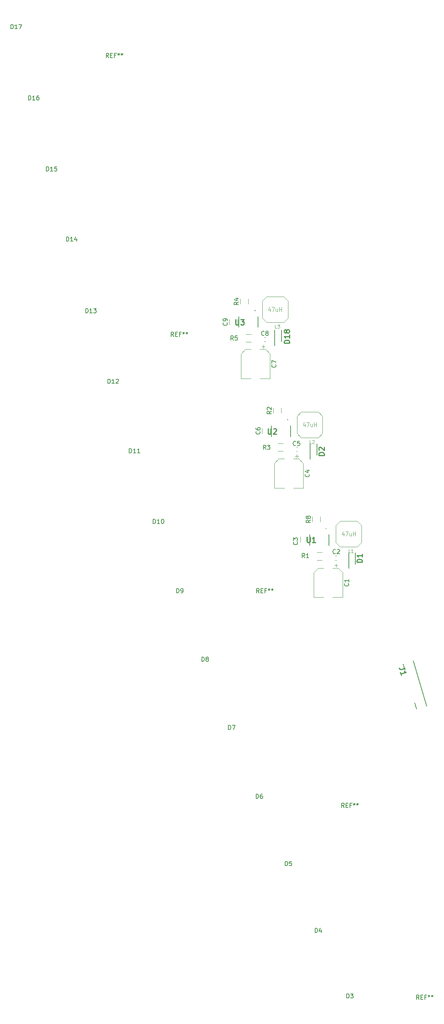
<source format=gbr>
G04 #@! TF.GenerationSoftware,KiCad,Pcbnew,(5.1.2)-1*
G04 #@! TF.CreationDate,2019-06-19T14:51:22+02:00*
G04 #@! TF.ProjectId,stop_light,73746f70-5f6c-4696-9768-742e6b696361,rev?*
G04 #@! TF.SameCoordinates,Original*
G04 #@! TF.FileFunction,Legend,Top*
G04 #@! TF.FilePolarity,Positive*
%FSLAX46Y46*%
G04 Gerber Fmt 4.6, Leading zero omitted, Abs format (unit mm)*
G04 Created by KiCad (PCBNEW (5.1.2)-1) date 2019-06-19 14:51:22*
%MOMM*%
%LPD*%
G04 APERTURE LIST*
%ADD10C,0.120000*%
%ADD11C,0.200000*%
%ADD12C,0.254000*%
%ADD13C,0.125000*%
%ADD14C,0.150000*%
%ADD15C,0.050000*%
G04 APERTURE END LIST*
D10*
X570410000Y-28700000D02*
X572760000Y-28700000D01*
X577230000Y-28700000D02*
X574880000Y-28700000D01*
X577230000Y-22944437D02*
X577230000Y-28700000D01*
X570410000Y-22944437D02*
X570410000Y-28700000D01*
X571474437Y-21880000D02*
X572760000Y-21880000D01*
X576165563Y-21880000D02*
X574880000Y-21880000D01*
X576165563Y-21880000D02*
X577230000Y-22944437D01*
X571474437Y-21880000D02*
X570410000Y-22944437D01*
X575667500Y-20852500D02*
X575667500Y-21640000D01*
X576061250Y-21246250D02*
X575273750Y-21246250D01*
D11*
X593757613Y-43502622D02*
X596863369Y-54055076D01*
X591359328Y-44208476D02*
X591782840Y-45647447D01*
X594465084Y-54760929D02*
X594041572Y-53321958D01*
D12*
X573319000Y-12667000D02*
G75*
G03X573319000Y-12667000I-17000J0D01*
G01*
D11*
X569520000Y-16545000D02*
X569520000Y-14045000D01*
X574020000Y-14045000D02*
X574020000Y-16545000D01*
D10*
X575417221Y-18984000D02*
X575742779Y-18984000D01*
X575417221Y-20004000D02*
X575742779Y-20004000D01*
X567304000Y-15774864D02*
X567304000Y-14570736D01*
X569124000Y-15774864D02*
X569124000Y-14570736D01*
D13*
X580628000Y-10906000D02*
X576628000Y-10906000D01*
X576628000Y-10906000D02*
X575628000Y-11906000D01*
X575628000Y-11906000D02*
X575628000Y-15906000D01*
X575628000Y-15906000D02*
X576628000Y-16906000D01*
X576628000Y-16906000D02*
X580628000Y-16906000D01*
X580628000Y-16906000D02*
X581628000Y-15906000D01*
X581628000Y-15906000D02*
X581628000Y-11906000D01*
X581628000Y-11906000D02*
X580628000Y-10906000D01*
D10*
X566337221Y5390000D02*
X566662779Y5390000D01*
X566337221Y6410000D02*
X566662779Y6410000D01*
X560176000Y9581936D02*
X560176000Y10786064D01*
X558356000Y9581936D02*
X558356000Y10786064D01*
D13*
X572516000Y13599000D02*
X571516000Y14599000D01*
X572516000Y9599000D02*
X572516000Y13599000D01*
X571516000Y8599000D02*
X572516000Y9599000D01*
X567516000Y8599000D02*
X571516000Y8599000D01*
X566516000Y9599000D02*
X567516000Y8599000D01*
X566516000Y13599000D02*
X566516000Y9599000D01*
X567516000Y14599000D02*
X566516000Y13599000D01*
X571516000Y14599000D02*
X567516000Y14599000D01*
D11*
X565056000Y11379000D02*
X565056000Y8879000D01*
X560556000Y8879000D02*
X560556000Y11379000D01*
D12*
X564355000Y12757000D02*
G75*
G03X564355000Y12757000I-17000J0D01*
G01*
D11*
X578620000Y-21865000D02*
X578620000Y-18252000D01*
X580220000Y-20928000D02*
X580220000Y-18252000D01*
X571216000Y4496000D02*
X571216000Y7172000D01*
X569616000Y3559000D02*
X569616000Y7172000D01*
D10*
X562073936Y7244000D02*
X563278064Y7244000D01*
X562073936Y5424000D02*
X563278064Y5424000D01*
X571930000Y-11092064D02*
X571930000Y-9887936D01*
X570110000Y-11092064D02*
X570110000Y-9887936D01*
X560980000Y14325936D02*
X560980000Y15530064D01*
X562800000Y14325936D02*
X562800000Y15530064D01*
X559175279Y30990000D02*
X558849721Y30990000D01*
X559175279Y32010000D02*
X558849721Y32010000D01*
X550690000Y34997936D02*
X550690000Y36202064D01*
X552510000Y34997936D02*
X552510000Y36202064D01*
X553290000Y39797936D02*
X553290000Y41002064D01*
X555110000Y39797936D02*
X555110000Y41002064D01*
D11*
X561300000Y30075000D02*
X561300000Y33688000D01*
X562900000Y31012000D02*
X562900000Y33688000D01*
D13*
X563400000Y41525000D02*
X559400000Y41525000D01*
X559400000Y41525000D02*
X558400000Y40525000D01*
X558400000Y40525000D02*
X558400000Y36525000D01*
X558400000Y36525000D02*
X559400000Y35525000D01*
X559400000Y35525000D02*
X563400000Y35525000D01*
X563400000Y35525000D02*
X564400000Y36525000D01*
X564400000Y36525000D02*
X564400000Y40525000D01*
X564400000Y40525000D02*
X563400000Y41525000D01*
D11*
X557410000Y36876000D02*
X557410000Y34376000D01*
X552910000Y34376000D02*
X552910000Y36876000D01*
D12*
X556709000Y38254000D02*
G75*
G03X556709000Y38254000I-17000J0D01*
G01*
D10*
X554557936Y32726000D02*
X555762064Y32726000D01*
X554557936Y30906000D02*
X555762064Y30906000D01*
X553390000Y22390000D02*
X555740000Y22390000D01*
X560210000Y22390000D02*
X557860000Y22390000D01*
X560210000Y28145563D02*
X560210000Y22390000D01*
X553390000Y28145563D02*
X553390000Y22390000D01*
X554454437Y29210000D02*
X555740000Y29210000D01*
X559145563Y29210000D02*
X557860000Y29210000D01*
X559145563Y29210000D02*
X560210000Y28145563D01*
X554454437Y29210000D02*
X553390000Y28145563D01*
X558647500Y30237500D02*
X558647500Y29450000D01*
X559041250Y29843750D02*
X558253750Y29843750D01*
X561206000Y-3176000D02*
X563556000Y-3176000D01*
X568026000Y-3176000D02*
X565676000Y-3176000D01*
X568026000Y2579563D02*
X568026000Y-3176000D01*
X561206000Y2579563D02*
X561206000Y-3176000D01*
X562270437Y3644000D02*
X563556000Y3644000D01*
X566961563Y3644000D02*
X565676000Y3644000D01*
X566961563Y3644000D02*
X568026000Y2579563D01*
X562270437Y3644000D02*
X561206000Y2579563D01*
X566463500Y4671500D02*
X566463500Y3884000D01*
X566857250Y4277750D02*
X566069750Y4277750D01*
X571167936Y-18190400D02*
X572372064Y-18190400D01*
X571167936Y-20010400D02*
X572372064Y-20010400D01*
D14*
X578161904Y-122252380D02*
X578161904Y-121252380D01*
X578400000Y-121252380D01*
X578542857Y-121300000D01*
X578638095Y-121395238D01*
X578685714Y-121490476D01*
X578733333Y-121680952D01*
X578733333Y-121823809D01*
X578685714Y-122014285D01*
X578638095Y-122109523D01*
X578542857Y-122204761D01*
X578400000Y-122252380D01*
X578161904Y-122252380D01*
X579066666Y-121252380D02*
X579685714Y-121252380D01*
X579352380Y-121633333D01*
X579495238Y-121633333D01*
X579590476Y-121680952D01*
X579638095Y-121728571D01*
X579685714Y-121823809D01*
X579685714Y-122061904D01*
X579638095Y-122157142D01*
X579590476Y-122204761D01*
X579495238Y-122252380D01*
X579209523Y-122252380D01*
X579114285Y-122204761D01*
X579066666Y-122157142D01*
X570761904Y-106952380D02*
X570761904Y-105952380D01*
X571000000Y-105952380D01*
X571142857Y-106000000D01*
X571238095Y-106095238D01*
X571285714Y-106190476D01*
X571333333Y-106380952D01*
X571333333Y-106523809D01*
X571285714Y-106714285D01*
X571238095Y-106809523D01*
X571142857Y-106904761D01*
X571000000Y-106952380D01*
X570761904Y-106952380D01*
X572190476Y-106285714D02*
X572190476Y-106952380D01*
X571952380Y-105904761D02*
X571714285Y-106619047D01*
X572333333Y-106619047D01*
X563761904Y-91352380D02*
X563761904Y-90352380D01*
X564000000Y-90352380D01*
X564142857Y-90400000D01*
X564238095Y-90495238D01*
X564285714Y-90590476D01*
X564333333Y-90780952D01*
X564333333Y-90923809D01*
X564285714Y-91114285D01*
X564238095Y-91209523D01*
X564142857Y-91304761D01*
X564000000Y-91352380D01*
X563761904Y-91352380D01*
X565238095Y-90352380D02*
X564761904Y-90352380D01*
X564714285Y-90828571D01*
X564761904Y-90780952D01*
X564857142Y-90733333D01*
X565095238Y-90733333D01*
X565190476Y-90780952D01*
X565238095Y-90828571D01*
X565285714Y-90923809D01*
X565285714Y-91161904D01*
X565238095Y-91257142D01*
X565190476Y-91304761D01*
X565095238Y-91352380D01*
X564857142Y-91352380D01*
X564761904Y-91304761D01*
X564714285Y-91257142D01*
X550461904Y-59552380D02*
X550461904Y-58552380D01*
X550700000Y-58552380D01*
X550842857Y-58600000D01*
X550938095Y-58695238D01*
X550985714Y-58790476D01*
X551033333Y-58980952D01*
X551033333Y-59123809D01*
X550985714Y-59314285D01*
X550938095Y-59409523D01*
X550842857Y-59504761D01*
X550700000Y-59552380D01*
X550461904Y-59552380D01*
X551366666Y-58552380D02*
X552033333Y-58552380D01*
X551604761Y-59552380D01*
X556961904Y-75652380D02*
X556961904Y-74652380D01*
X557200000Y-74652380D01*
X557342857Y-74700000D01*
X557438095Y-74795238D01*
X557485714Y-74890476D01*
X557533333Y-75080952D01*
X557533333Y-75223809D01*
X557485714Y-75414285D01*
X557438095Y-75509523D01*
X557342857Y-75604761D01*
X557200000Y-75652380D01*
X556961904Y-75652380D01*
X558390476Y-74652380D02*
X558200000Y-74652380D01*
X558104761Y-74700000D01*
X558057142Y-74747619D01*
X557961904Y-74890476D01*
X557914285Y-75080952D01*
X557914285Y-75461904D01*
X557961904Y-75557142D01*
X558009523Y-75604761D01*
X558104761Y-75652380D01*
X558295238Y-75652380D01*
X558390476Y-75604761D01*
X558438095Y-75557142D01*
X558485714Y-75461904D01*
X558485714Y-75223809D01*
X558438095Y-75128571D01*
X558390476Y-75080952D01*
X558295238Y-75033333D01*
X558104761Y-75033333D01*
X558009523Y-75080952D01*
X557961904Y-75128571D01*
X557914285Y-75223809D01*
X532885714Y-11452380D02*
X532885714Y-10452380D01*
X533123809Y-10452380D01*
X533266666Y-10500000D01*
X533361904Y-10595238D01*
X533409523Y-10690476D01*
X533457142Y-10880952D01*
X533457142Y-11023809D01*
X533409523Y-11214285D01*
X533361904Y-11309523D01*
X533266666Y-11404761D01*
X533123809Y-11452380D01*
X532885714Y-11452380D01*
X534409523Y-11452380D02*
X533838095Y-11452380D01*
X534123809Y-11452380D02*
X534123809Y-10452380D01*
X534028571Y-10595238D01*
X533933333Y-10690476D01*
X533838095Y-10738095D01*
X535028571Y-10452380D02*
X535123809Y-10452380D01*
X535219047Y-10500000D01*
X535266666Y-10547619D01*
X535314285Y-10642857D01*
X535361904Y-10833333D01*
X535361904Y-11071428D01*
X535314285Y-11261904D01*
X535266666Y-11357142D01*
X535219047Y-11404761D01*
X535123809Y-11452380D01*
X535028571Y-11452380D01*
X534933333Y-11404761D01*
X534885714Y-11357142D01*
X534838095Y-11261904D01*
X534790476Y-11071428D01*
X534790476Y-10833333D01*
X534838095Y-10642857D01*
X534885714Y-10547619D01*
X534933333Y-10500000D01*
X535028571Y-10452380D01*
X527285714Y5047619D02*
X527285714Y6047619D01*
X527523809Y6047619D01*
X527666666Y6000000D01*
X527761904Y5904761D01*
X527809523Y5809523D01*
X527857142Y5619047D01*
X527857142Y5476190D01*
X527809523Y5285714D01*
X527761904Y5190476D01*
X527666666Y5095238D01*
X527523809Y5047619D01*
X527285714Y5047619D01*
X528809523Y5047619D02*
X528238095Y5047619D01*
X528523809Y5047619D02*
X528523809Y6047619D01*
X528428571Y5904761D01*
X528333333Y5809523D01*
X528238095Y5761904D01*
X529761904Y5047619D02*
X529190476Y5047619D01*
X529476190Y5047619D02*
X529476190Y6047619D01*
X529380952Y5904761D01*
X529285714Y5809523D01*
X529190476Y5761904D01*
X538361904Y-27652380D02*
X538361904Y-26652380D01*
X538600000Y-26652380D01*
X538742857Y-26700000D01*
X538838095Y-26795238D01*
X538885714Y-26890476D01*
X538933333Y-27080952D01*
X538933333Y-27223809D01*
X538885714Y-27414285D01*
X538838095Y-27509523D01*
X538742857Y-27604761D01*
X538600000Y-27652380D01*
X538361904Y-27652380D01*
X539409523Y-27652380D02*
X539600000Y-27652380D01*
X539695238Y-27604761D01*
X539742857Y-27557142D01*
X539838095Y-27414285D01*
X539885714Y-27223809D01*
X539885714Y-26842857D01*
X539838095Y-26747619D01*
X539790476Y-26700000D01*
X539695238Y-26652380D01*
X539504761Y-26652380D01*
X539409523Y-26700000D01*
X539361904Y-26747619D01*
X539314285Y-26842857D01*
X539314285Y-27080952D01*
X539361904Y-27176190D01*
X539409523Y-27223809D01*
X539504761Y-27271428D01*
X539695238Y-27271428D01*
X539790476Y-27223809D01*
X539838095Y-27176190D01*
X539885714Y-27080952D01*
X522285714Y21247619D02*
X522285714Y22247619D01*
X522523809Y22247619D01*
X522666666Y22200000D01*
X522761904Y22104761D01*
X522809523Y22009523D01*
X522857142Y21819047D01*
X522857142Y21676190D01*
X522809523Y21485714D01*
X522761904Y21390476D01*
X522666666Y21295238D01*
X522523809Y21247619D01*
X522285714Y21247619D01*
X523809523Y21247619D02*
X523238095Y21247619D01*
X523523809Y21247619D02*
X523523809Y22247619D01*
X523428571Y22104761D01*
X523333333Y22009523D01*
X523238095Y21961904D01*
X524190476Y22152380D02*
X524238095Y22200000D01*
X524333333Y22247619D01*
X524571428Y22247619D01*
X524666666Y22200000D01*
X524714285Y22152380D01*
X524761904Y22057142D01*
X524761904Y21961904D01*
X524714285Y21819047D01*
X524142857Y21247619D01*
X524761904Y21247619D01*
X544261904Y-43652380D02*
X544261904Y-42652380D01*
X544500000Y-42652380D01*
X544642857Y-42700000D01*
X544738095Y-42795238D01*
X544785714Y-42890476D01*
X544833333Y-43080952D01*
X544833333Y-43223809D01*
X544785714Y-43414285D01*
X544738095Y-43509523D01*
X544642857Y-43604761D01*
X544500000Y-43652380D01*
X544261904Y-43652380D01*
X545404761Y-43080952D02*
X545309523Y-43033333D01*
X545261904Y-42985714D01*
X545214285Y-42890476D01*
X545214285Y-42842857D01*
X545261904Y-42747619D01*
X545309523Y-42700000D01*
X545404761Y-42652380D01*
X545595238Y-42652380D01*
X545690476Y-42700000D01*
X545738095Y-42747619D01*
X545785714Y-42842857D01*
X545785714Y-42890476D01*
X545738095Y-42985714D01*
X545690476Y-43033333D01*
X545595238Y-43080952D01*
X545404761Y-43080952D01*
X545309523Y-43128571D01*
X545261904Y-43176190D01*
X545214285Y-43271428D01*
X545214285Y-43461904D01*
X545261904Y-43557142D01*
X545309523Y-43604761D01*
X545404761Y-43652380D01*
X545595238Y-43652380D01*
X545690476Y-43604761D01*
X545738095Y-43557142D01*
X545785714Y-43461904D01*
X545785714Y-43271428D01*
X545738095Y-43176190D01*
X545690476Y-43128571D01*
X545595238Y-43080952D01*
X517085714Y37747619D02*
X517085714Y38747619D01*
X517323809Y38747619D01*
X517466666Y38700000D01*
X517561904Y38604761D01*
X517609523Y38509523D01*
X517657142Y38319047D01*
X517657142Y38176190D01*
X517609523Y37985714D01*
X517561904Y37890476D01*
X517466666Y37795238D01*
X517323809Y37747619D01*
X517085714Y37747619D01*
X518609523Y37747619D02*
X518038095Y37747619D01*
X518323809Y37747619D02*
X518323809Y38747619D01*
X518228571Y38604761D01*
X518133333Y38509523D01*
X518038095Y38461904D01*
X518942857Y38747619D02*
X519561904Y38747619D01*
X519228571Y38366666D01*
X519371428Y38366666D01*
X519466666Y38319047D01*
X519514285Y38271428D01*
X519561904Y38176190D01*
X519561904Y37938095D01*
X519514285Y37842857D01*
X519466666Y37795238D01*
X519371428Y37747619D01*
X519085714Y37747619D01*
X518990476Y37795238D01*
X518942857Y37842857D01*
X512585714Y54447619D02*
X512585714Y55447619D01*
X512823809Y55447619D01*
X512966666Y55400000D01*
X513061904Y55304761D01*
X513109523Y55209523D01*
X513157142Y55019047D01*
X513157142Y54876190D01*
X513109523Y54685714D01*
X513061904Y54590476D01*
X512966666Y54495238D01*
X512823809Y54447619D01*
X512585714Y54447619D01*
X514109523Y54447619D02*
X513538095Y54447619D01*
X513823809Y54447619D02*
X513823809Y55447619D01*
X513728571Y55304761D01*
X513633333Y55209523D01*
X513538095Y55161904D01*
X514966666Y55114285D02*
X514966666Y54447619D01*
X514728571Y55495238D02*
X514490476Y54780952D01*
X515109523Y54780952D01*
X507885714Y70847619D02*
X507885714Y71847619D01*
X508123809Y71847619D01*
X508266666Y71800000D01*
X508361904Y71704761D01*
X508409523Y71609523D01*
X508457142Y71419047D01*
X508457142Y71276190D01*
X508409523Y71085714D01*
X508361904Y70990476D01*
X508266666Y70895238D01*
X508123809Y70847619D01*
X507885714Y70847619D01*
X509409523Y70847619D02*
X508838095Y70847619D01*
X509123809Y70847619D02*
X509123809Y71847619D01*
X509028571Y71704761D01*
X508933333Y71609523D01*
X508838095Y71561904D01*
X510314285Y71847619D02*
X509838095Y71847619D01*
X509790476Y71371428D01*
X509838095Y71419047D01*
X509933333Y71466666D01*
X510171428Y71466666D01*
X510266666Y71419047D01*
X510314285Y71371428D01*
X510361904Y71276190D01*
X510361904Y71038095D01*
X510314285Y70942857D01*
X510266666Y70895238D01*
X510171428Y70847619D01*
X509933333Y70847619D01*
X509838095Y70895238D01*
X509790476Y70942857D01*
X503685714Y87447619D02*
X503685714Y88447619D01*
X503923809Y88447619D01*
X504066666Y88400000D01*
X504161904Y88304761D01*
X504209523Y88209523D01*
X504257142Y88019047D01*
X504257142Y87876190D01*
X504209523Y87685714D01*
X504161904Y87590476D01*
X504066666Y87495238D01*
X503923809Y87447619D01*
X503685714Y87447619D01*
X505209523Y87447619D02*
X504638095Y87447619D01*
X504923809Y87447619D02*
X504923809Y88447619D01*
X504828571Y88304761D01*
X504733333Y88209523D01*
X504638095Y88161904D01*
X506066666Y88447619D02*
X505876190Y88447619D01*
X505780952Y88400000D01*
X505733333Y88352380D01*
X505638095Y88209523D01*
X505590476Y88019047D01*
X505590476Y87638095D01*
X505638095Y87542857D01*
X505685714Y87495238D01*
X505780952Y87447619D01*
X505971428Y87447619D01*
X506066666Y87495238D01*
X506114285Y87542857D01*
X506161904Y87638095D01*
X506161904Y87876190D01*
X506114285Y87971428D01*
X506066666Y88019047D01*
X505971428Y88066666D01*
X505780952Y88066666D01*
X505685714Y88019047D01*
X505638095Y87971428D01*
X505590476Y87876190D01*
X499585714Y104047619D02*
X499585714Y105047619D01*
X499823809Y105047619D01*
X499966666Y105000000D01*
X500061904Y104904761D01*
X500109523Y104809523D01*
X500157142Y104619047D01*
X500157142Y104476190D01*
X500109523Y104285714D01*
X500061904Y104190476D01*
X499966666Y104095238D01*
X499823809Y104047619D01*
X499585714Y104047619D01*
X501109523Y104047619D02*
X500538095Y104047619D01*
X500823809Y104047619D02*
X500823809Y105047619D01*
X500728571Y104904761D01*
X500633333Y104809523D01*
X500538095Y104761904D01*
X501442857Y105047619D02*
X502109523Y105047619D01*
X501680952Y104047619D01*
X522466666Y97347619D02*
X522133333Y97823809D01*
X521895238Y97347619D02*
X521895238Y98347619D01*
X522276190Y98347619D01*
X522371428Y98300000D01*
X522419047Y98252380D01*
X522466666Y98157142D01*
X522466666Y98014285D01*
X522419047Y97919047D01*
X522371428Y97871428D01*
X522276190Y97823809D01*
X521895238Y97823809D01*
X522895238Y97871428D02*
X523228571Y97871428D01*
X523371428Y97347619D02*
X522895238Y97347619D01*
X522895238Y98347619D01*
X523371428Y98347619D01*
X524133333Y97871428D02*
X523800000Y97871428D01*
X523800000Y97347619D02*
X523800000Y98347619D01*
X524276190Y98347619D01*
X524800000Y98347619D02*
X524800000Y98109523D01*
X524561904Y98204761D02*
X524800000Y98109523D01*
X525038095Y98204761D01*
X524657142Y97919047D02*
X524800000Y98109523D01*
X524942857Y97919047D01*
X525561904Y98347619D02*
X525561904Y98109523D01*
X525323809Y98204761D02*
X525561904Y98109523D01*
X525800000Y98204761D01*
X525419047Y97919047D02*
X525561904Y98109523D01*
X525704761Y97919047D01*
X537666666Y32247619D02*
X537333333Y32723809D01*
X537095238Y32247619D02*
X537095238Y33247619D01*
X537476190Y33247619D01*
X537571428Y33200000D01*
X537619047Y33152380D01*
X537666666Y33057142D01*
X537666666Y32914285D01*
X537619047Y32819047D01*
X537571428Y32771428D01*
X537476190Y32723809D01*
X537095238Y32723809D01*
X538095238Y32771428D02*
X538428571Y32771428D01*
X538571428Y32247619D02*
X538095238Y32247619D01*
X538095238Y33247619D01*
X538571428Y33247619D01*
X539333333Y32771428D02*
X539000000Y32771428D01*
X539000000Y32247619D02*
X539000000Y33247619D01*
X539476190Y33247619D01*
X540000000Y33247619D02*
X540000000Y33009523D01*
X539761904Y33104761D02*
X540000000Y33009523D01*
X540238095Y33104761D01*
X539857142Y32819047D02*
X540000000Y33009523D01*
X540142857Y32819047D01*
X540761904Y33247619D02*
X540761904Y33009523D01*
X540523809Y33104761D02*
X540761904Y33009523D01*
X541000000Y33104761D01*
X540619047Y32819047D02*
X540761904Y33009523D01*
X540904761Y32819047D01*
X557666666Y-27652380D02*
X557333333Y-27176190D01*
X557095238Y-27652380D02*
X557095238Y-26652380D01*
X557476190Y-26652380D01*
X557571428Y-26700000D01*
X557619047Y-26747619D01*
X557666666Y-26842857D01*
X557666666Y-26985714D01*
X557619047Y-27080952D01*
X557571428Y-27128571D01*
X557476190Y-27176190D01*
X557095238Y-27176190D01*
X558095238Y-27128571D02*
X558428571Y-27128571D01*
X558571428Y-27652380D02*
X558095238Y-27652380D01*
X558095238Y-26652380D01*
X558571428Y-26652380D01*
X559333333Y-27128571D02*
X559000000Y-27128571D01*
X559000000Y-27652380D02*
X559000000Y-26652380D01*
X559476190Y-26652380D01*
X560000000Y-26652380D02*
X560000000Y-26890476D01*
X559761904Y-26795238D02*
X560000000Y-26890476D01*
X560238095Y-26795238D01*
X559857142Y-27080952D02*
X560000000Y-26890476D01*
X560142857Y-27080952D01*
X560761904Y-26652380D02*
X560761904Y-26890476D01*
X560523809Y-26795238D02*
X560761904Y-26890476D01*
X561000000Y-26795238D01*
X560619047Y-27080952D02*
X560761904Y-26890476D01*
X560904761Y-27080952D01*
X595066666Y-122552380D02*
X594733333Y-122076190D01*
X594495238Y-122552380D02*
X594495238Y-121552380D01*
X594876190Y-121552380D01*
X594971428Y-121600000D01*
X595019047Y-121647619D01*
X595066666Y-121742857D01*
X595066666Y-121885714D01*
X595019047Y-121980952D01*
X594971428Y-122028571D01*
X594876190Y-122076190D01*
X594495238Y-122076190D01*
X595495238Y-122028571D02*
X595828571Y-122028571D01*
X595971428Y-122552380D02*
X595495238Y-122552380D01*
X595495238Y-121552380D01*
X595971428Y-121552380D01*
X596733333Y-122028571D02*
X596400000Y-122028571D01*
X596400000Y-122552380D02*
X596400000Y-121552380D01*
X596876190Y-121552380D01*
X597400000Y-121552380D02*
X597400000Y-121790476D01*
X597161904Y-121695238D02*
X597400000Y-121790476D01*
X597638095Y-121695238D01*
X597257142Y-121980952D02*
X597400000Y-121790476D01*
X597542857Y-121980952D01*
X598161904Y-121552380D02*
X598161904Y-121790476D01*
X597923809Y-121695238D02*
X598161904Y-121790476D01*
X598400000Y-121695238D01*
X598019047Y-121980952D02*
X598161904Y-121790476D01*
X598304761Y-121980952D01*
X577566666Y-77752380D02*
X577233333Y-77276190D01*
X576995238Y-77752380D02*
X576995238Y-76752380D01*
X577376190Y-76752380D01*
X577471428Y-76800000D01*
X577519047Y-76847619D01*
X577566666Y-76942857D01*
X577566666Y-77085714D01*
X577519047Y-77180952D01*
X577471428Y-77228571D01*
X577376190Y-77276190D01*
X576995238Y-77276190D01*
X577995238Y-77228571D02*
X578328571Y-77228571D01*
X578471428Y-77752380D02*
X577995238Y-77752380D01*
X577995238Y-76752380D01*
X578471428Y-76752380D01*
X579233333Y-77228571D02*
X578900000Y-77228571D01*
X578900000Y-77752380D02*
X578900000Y-76752380D01*
X579376190Y-76752380D01*
X579900000Y-76752380D02*
X579900000Y-76990476D01*
X579661904Y-76895238D02*
X579900000Y-76990476D01*
X580138095Y-76895238D01*
X579757142Y-77180952D02*
X579900000Y-76990476D01*
X580042857Y-77180952D01*
X580661904Y-76752380D02*
X580661904Y-76990476D01*
X580423809Y-76895238D02*
X580661904Y-76990476D01*
X580900000Y-76895238D01*
X580519047Y-77180952D02*
X580661904Y-76990476D01*
X580804761Y-77180952D01*
X578527142Y-25456666D02*
X578574761Y-25504285D01*
X578622380Y-25647142D01*
X578622380Y-25742380D01*
X578574761Y-25885238D01*
X578479523Y-25980476D01*
X578384285Y-26028095D01*
X578193809Y-26075714D01*
X578050952Y-26075714D01*
X577860476Y-26028095D01*
X577765238Y-25980476D01*
X577670000Y-25885238D01*
X577622380Y-25742380D01*
X577622380Y-25647142D01*
X577670000Y-25504285D01*
X577717619Y-25456666D01*
X578622380Y-24504285D02*
X578622380Y-25075714D01*
X578622380Y-24790000D02*
X577622380Y-24790000D01*
X577765238Y-24885238D01*
X577860476Y-24980476D01*
X577908095Y-25075714D01*
D12*
X591781501Y-45294115D02*
X590911266Y-45550239D01*
X590720144Y-45543448D01*
X590569963Y-45461567D01*
X590460723Y-45304595D01*
X590426573Y-45188564D01*
X590921746Y-46871018D02*
X590716847Y-46174830D01*
X590819296Y-46522924D02*
X592037625Y-46164350D01*
X591829428Y-46099543D01*
X591679247Y-46017662D01*
X591587081Y-45918706D01*
X568832380Y-14604523D02*
X568832380Y-15632619D01*
X568892857Y-15753571D01*
X568953333Y-15814047D01*
X569074285Y-15874523D01*
X569316190Y-15874523D01*
X569437142Y-15814047D01*
X569497619Y-15753571D01*
X569558095Y-15632619D01*
X569558095Y-14604523D01*
X570828095Y-15874523D02*
X570102380Y-15874523D01*
X570465238Y-15874523D02*
X570465238Y-14604523D01*
X570344285Y-14785952D01*
X570223333Y-14906904D01*
X570102380Y-14967380D01*
D14*
X575553333Y-18421142D02*
X575505714Y-18468761D01*
X575362857Y-18516380D01*
X575267619Y-18516380D01*
X575124761Y-18468761D01*
X575029523Y-18373523D01*
X574981904Y-18278285D01*
X574934285Y-18087809D01*
X574934285Y-17944952D01*
X574981904Y-17754476D01*
X575029523Y-17659238D01*
X575124761Y-17564000D01*
X575267619Y-17516380D01*
X575362857Y-17516380D01*
X575505714Y-17564000D01*
X575553333Y-17611619D01*
X575934285Y-17611619D02*
X575981904Y-17564000D01*
X576077142Y-17516380D01*
X576315238Y-17516380D01*
X576410476Y-17564000D01*
X576458095Y-17611619D01*
X576505714Y-17706857D01*
X576505714Y-17802095D01*
X576458095Y-17944952D01*
X575886666Y-18516380D01*
X576505714Y-18516380D01*
X566577142Y-15756666D02*
X566624761Y-15804285D01*
X566672380Y-15947142D01*
X566672380Y-16042380D01*
X566624761Y-16185238D01*
X566529523Y-16280476D01*
X566434285Y-16328095D01*
X566243809Y-16375714D01*
X566100952Y-16375714D01*
X565910476Y-16328095D01*
X565815238Y-16280476D01*
X565720000Y-16185238D01*
X565672380Y-16042380D01*
X565672380Y-15947142D01*
X565720000Y-15804285D01*
X565767619Y-15756666D01*
X565672380Y-15423333D02*
X565672380Y-14804285D01*
X566053333Y-15137619D01*
X566053333Y-14994761D01*
X566100952Y-14899523D01*
X566148571Y-14851904D01*
X566243809Y-14804285D01*
X566481904Y-14804285D01*
X566577142Y-14851904D01*
X566624761Y-14899523D01*
X566672380Y-14994761D01*
X566672380Y-15280476D01*
X566624761Y-15375714D01*
X566577142Y-15423333D01*
D15*
X578996766Y-18262205D02*
X578621813Y-18262205D01*
X578621813Y-17474803D01*
X579671682Y-18262205D02*
X579221738Y-18262205D01*
X579446710Y-18262205D02*
X579446710Y-17474803D01*
X579371719Y-17587289D01*
X579296729Y-17662280D01*
X579221738Y-17699775D01*
X577492285Y-13691714D02*
X577492285Y-14358380D01*
X577278000Y-13310761D02*
X577063714Y-14025047D01*
X577620857Y-14025047D01*
X577878000Y-13358380D02*
X578478000Y-13358380D01*
X578092285Y-14358380D01*
X579206571Y-13691714D02*
X579206571Y-14358380D01*
X578820857Y-13691714D02*
X578820857Y-14215523D01*
X578863714Y-14310761D01*
X578949428Y-14358380D01*
X579078000Y-14358380D01*
X579163714Y-14310761D01*
X579206571Y-14263142D01*
X579635142Y-14358380D02*
X579635142Y-13358380D01*
X579635142Y-13834571D02*
X580149428Y-13834571D01*
X580149428Y-14358380D02*
X580149428Y-13358380D01*
D14*
X566233333Y6842857D02*
X566185714Y6795238D01*
X566042857Y6747619D01*
X565947619Y6747619D01*
X565804761Y6795238D01*
X565709523Y6890476D01*
X565661904Y6985714D01*
X565614285Y7176190D01*
X565614285Y7319047D01*
X565661904Y7509523D01*
X565709523Y7604761D01*
X565804761Y7700000D01*
X565947619Y7747619D01*
X566042857Y7747619D01*
X566185714Y7700000D01*
X566233333Y7652380D01*
X567138095Y7747619D02*
X566661904Y7747619D01*
X566614285Y7271428D01*
X566661904Y7319047D01*
X566757142Y7366666D01*
X566995238Y7366666D01*
X567090476Y7319047D01*
X567138095Y7271428D01*
X567185714Y7176190D01*
X567185714Y6938095D01*
X567138095Y6842857D01*
X567090476Y6795238D01*
X566995238Y6747619D01*
X566757142Y6747619D01*
X566661904Y6795238D01*
X566614285Y6842857D01*
X557803142Y10017333D02*
X557850761Y9969714D01*
X557898380Y9826857D01*
X557898380Y9731619D01*
X557850761Y9588761D01*
X557755523Y9493523D01*
X557660285Y9445904D01*
X557469809Y9398285D01*
X557326952Y9398285D01*
X557136476Y9445904D01*
X557041238Y9493523D01*
X556946000Y9588761D01*
X556898380Y9731619D01*
X556898380Y9826857D01*
X556946000Y9969714D01*
X556993619Y10017333D01*
X556898380Y10874476D02*
X556898380Y10684000D01*
X556946000Y10588761D01*
X556993619Y10541142D01*
X557136476Y10445904D01*
X557326952Y10398285D01*
X557707904Y10398285D01*
X557803142Y10445904D01*
X557850761Y10493523D01*
X557898380Y10588761D01*
X557898380Y10779238D01*
X557850761Y10874476D01*
X557803142Y10922095D01*
X557707904Y10969714D01*
X557469809Y10969714D01*
X557374571Y10922095D01*
X557326952Y10874476D01*
X557279333Y10779238D01*
X557279333Y10588761D01*
X557326952Y10493523D01*
X557374571Y10445904D01*
X557469809Y10398285D01*
D15*
X569884766Y7242794D02*
X569509813Y7242794D01*
X569509813Y8030196D01*
X570109738Y7955205D02*
X570147233Y7992701D01*
X570222224Y8030196D01*
X570409701Y8030196D01*
X570484691Y7992701D01*
X570522187Y7955205D01*
X570559682Y7880215D01*
X570559682Y7805224D01*
X570522187Y7692738D01*
X570072243Y7242794D01*
X570559682Y7242794D01*
X568380285Y11813285D02*
X568380285Y11146619D01*
X568166000Y12194238D02*
X567951714Y11479952D01*
X568508857Y11479952D01*
X568766000Y12146619D02*
X569366000Y12146619D01*
X568980285Y11146619D01*
X570094571Y11813285D02*
X570094571Y11146619D01*
X569708857Y11813285D02*
X569708857Y11289476D01*
X569751714Y11194238D01*
X569837428Y11146619D01*
X569966000Y11146619D01*
X570051714Y11194238D01*
X570094571Y11241857D01*
X570523142Y11146619D02*
X570523142Y12146619D01*
X570523142Y11670428D02*
X571037428Y11670428D01*
X571037428Y11146619D02*
X571037428Y12146619D01*
D12*
X559732380Y10695476D02*
X559732380Y9667380D01*
X559792857Y9546428D01*
X559853333Y9485952D01*
X559974285Y9425476D01*
X560216190Y9425476D01*
X560337142Y9485952D01*
X560397619Y9546428D01*
X560458095Y9667380D01*
X560458095Y10695476D01*
X561002380Y10574523D02*
X561062857Y10635000D01*
X561183809Y10695476D01*
X561486190Y10695476D01*
X561607142Y10635000D01*
X561667619Y10574523D01*
X561728095Y10453571D01*
X561728095Y10332619D01*
X561667619Y10151190D01*
X560941904Y9425476D01*
X561728095Y9425476D01*
X581774523Y-20497380D02*
X580504523Y-20497380D01*
X580504523Y-20195000D01*
X580565000Y-20013571D01*
X580685952Y-19892619D01*
X580806904Y-19832142D01*
X581048809Y-19771666D01*
X581230238Y-19771666D01*
X581472142Y-19832142D01*
X581593095Y-19892619D01*
X581714047Y-20013571D01*
X581774523Y-20195000D01*
X581774523Y-20497380D01*
X581774523Y-18562142D02*
X581774523Y-19287857D01*
X581774523Y-18925000D02*
X580504523Y-18925000D01*
X580685952Y-19045952D01*
X580806904Y-19166904D01*
X580867380Y-19287857D01*
X572874523Y4462619D02*
X571604523Y4462619D01*
X571604523Y4765000D01*
X571665000Y4946428D01*
X571785952Y5067380D01*
X571906904Y5127857D01*
X572148809Y5188333D01*
X572330238Y5188333D01*
X572572142Y5127857D01*
X572693095Y5067380D01*
X572814047Y4946428D01*
X572874523Y4765000D01*
X572874523Y4462619D01*
X571725476Y5672142D02*
X571665000Y5732619D01*
X571604523Y5853571D01*
X571604523Y6155952D01*
X571665000Y6276904D01*
X571725476Y6337380D01*
X571846428Y6397857D01*
X571967380Y6397857D01*
X572148809Y6337380D01*
X572874523Y5611666D01*
X572874523Y6397857D01*
D14*
X559233333Y5847619D02*
X558900000Y6323809D01*
X558661904Y5847619D02*
X558661904Y6847619D01*
X559042857Y6847619D01*
X559138095Y6800000D01*
X559185714Y6752380D01*
X559233333Y6657142D01*
X559233333Y6514285D01*
X559185714Y6419047D01*
X559138095Y6371428D01*
X559042857Y6323809D01*
X558661904Y6323809D01*
X559566666Y6847619D02*
X560185714Y6847619D01*
X559852380Y6466666D01*
X559995238Y6466666D01*
X560090476Y6419047D01*
X560138095Y6371428D01*
X560185714Y6276190D01*
X560185714Y6038095D01*
X560138095Y5942857D01*
X560090476Y5895238D01*
X559995238Y5847619D01*
X559709523Y5847619D01*
X559614285Y5895238D01*
X559566666Y5942857D01*
X569652380Y-10656666D02*
X569176190Y-10990000D01*
X569652380Y-11228095D02*
X568652380Y-11228095D01*
X568652380Y-10847142D01*
X568700000Y-10751904D01*
X568747619Y-10704285D01*
X568842857Y-10656666D01*
X568985714Y-10656666D01*
X569080952Y-10704285D01*
X569128571Y-10751904D01*
X569176190Y-10847142D01*
X569176190Y-11228095D01*
X569080952Y-10085238D02*
X569033333Y-10180476D01*
X568985714Y-10228095D01*
X568890476Y-10275714D01*
X568842857Y-10275714D01*
X568747619Y-10228095D01*
X568700000Y-10180476D01*
X568652380Y-10085238D01*
X568652380Y-9894761D01*
X568700000Y-9799523D01*
X568747619Y-9751904D01*
X568842857Y-9704285D01*
X568890476Y-9704285D01*
X568985714Y-9751904D01*
X569033333Y-9799523D01*
X569080952Y-9894761D01*
X569080952Y-10085238D01*
X569128571Y-10180476D01*
X569176190Y-10228095D01*
X569271428Y-10275714D01*
X569461904Y-10275714D01*
X569557142Y-10228095D01*
X569604761Y-10180476D01*
X569652380Y-10085238D01*
X569652380Y-9894761D01*
X569604761Y-9799523D01*
X569557142Y-9751904D01*
X569461904Y-9704285D01*
X569271428Y-9704285D01*
X569176190Y-9751904D01*
X569128571Y-9799523D01*
X569080952Y-9894761D01*
X560522380Y14761333D02*
X560046190Y14428000D01*
X560522380Y14189904D02*
X559522380Y14189904D01*
X559522380Y14570857D01*
X559570000Y14666095D01*
X559617619Y14713714D01*
X559712857Y14761333D01*
X559855714Y14761333D01*
X559950952Y14713714D01*
X559998571Y14666095D01*
X560046190Y14570857D01*
X560046190Y14189904D01*
X559617619Y15142285D02*
X559570000Y15189904D01*
X559522380Y15285142D01*
X559522380Y15523238D01*
X559570000Y15618476D01*
X559617619Y15666095D01*
X559712857Y15713714D01*
X559808095Y15713714D01*
X559950952Y15666095D01*
X560522380Y15094666D01*
X560522380Y15713714D01*
X558833333Y32542857D02*
X558785714Y32495238D01*
X558642857Y32447619D01*
X558547619Y32447619D01*
X558404761Y32495238D01*
X558309523Y32590476D01*
X558261904Y32685714D01*
X558214285Y32876190D01*
X558214285Y33019047D01*
X558261904Y33209523D01*
X558309523Y33304761D01*
X558404761Y33400000D01*
X558547619Y33447619D01*
X558642857Y33447619D01*
X558785714Y33400000D01*
X558833333Y33352380D01*
X559404761Y33019047D02*
X559309523Y33066666D01*
X559261904Y33114285D01*
X559214285Y33209523D01*
X559214285Y33257142D01*
X559261904Y33352380D01*
X559309523Y33400000D01*
X559404761Y33447619D01*
X559595238Y33447619D01*
X559690476Y33400000D01*
X559738095Y33352380D01*
X559785714Y33257142D01*
X559785714Y33209523D01*
X559738095Y33114285D01*
X559690476Y33066666D01*
X559595238Y33019047D01*
X559404761Y33019047D01*
X559309523Y32971428D01*
X559261904Y32923809D01*
X559214285Y32828571D01*
X559214285Y32638095D01*
X559261904Y32542857D01*
X559309523Y32495238D01*
X559404761Y32447619D01*
X559595238Y32447619D01*
X559690476Y32495238D01*
X559738095Y32542857D01*
X559785714Y32638095D01*
X559785714Y32828571D01*
X559738095Y32923809D01*
X559690476Y32971428D01*
X559595238Y33019047D01*
X550137142Y35433333D02*
X550184761Y35385714D01*
X550232380Y35242857D01*
X550232380Y35147619D01*
X550184761Y35004761D01*
X550089523Y34909523D01*
X549994285Y34861904D01*
X549803809Y34814285D01*
X549660952Y34814285D01*
X549470476Y34861904D01*
X549375238Y34909523D01*
X549280000Y35004761D01*
X549232380Y35147619D01*
X549232380Y35242857D01*
X549280000Y35385714D01*
X549327619Y35433333D01*
X550232380Y35909523D02*
X550232380Y36100000D01*
X550184761Y36195238D01*
X550137142Y36242857D01*
X549994285Y36338095D01*
X549803809Y36385714D01*
X549422857Y36385714D01*
X549327619Y36338095D01*
X549280000Y36290476D01*
X549232380Y36195238D01*
X549232380Y36004761D01*
X549280000Y35909523D01*
X549327619Y35861904D01*
X549422857Y35814285D01*
X549660952Y35814285D01*
X549756190Y35861904D01*
X549803809Y35909523D01*
X549851428Y36004761D01*
X549851428Y36195238D01*
X549803809Y36290476D01*
X549756190Y36338095D01*
X549660952Y36385714D01*
X552832380Y40233333D02*
X552356190Y39900000D01*
X552832380Y39661904D02*
X551832380Y39661904D01*
X551832380Y40042857D01*
X551880000Y40138095D01*
X551927619Y40185714D01*
X552022857Y40233333D01*
X552165714Y40233333D01*
X552260952Y40185714D01*
X552308571Y40138095D01*
X552356190Y40042857D01*
X552356190Y39661904D01*
X552165714Y41090476D02*
X552832380Y41090476D01*
X551784761Y40852380D02*
X552499047Y40614285D01*
X552499047Y41233333D01*
D12*
X564774523Y30657857D02*
X563504523Y30657857D01*
X563504523Y30960238D01*
X563565000Y31141666D01*
X563685952Y31262619D01*
X563806904Y31323095D01*
X564048809Y31383571D01*
X564230238Y31383571D01*
X564472142Y31323095D01*
X564593095Y31262619D01*
X564714047Y31141666D01*
X564774523Y30960238D01*
X564774523Y30657857D01*
X564774523Y32593095D02*
X564774523Y31867380D01*
X564774523Y32230238D02*
X563504523Y32230238D01*
X563685952Y32109285D01*
X563806904Y31988333D01*
X563867380Y31867380D01*
X564048809Y33318809D02*
X563988333Y33197857D01*
X563927857Y33137380D01*
X563806904Y33076904D01*
X563746428Y33076904D01*
X563625476Y33137380D01*
X563565000Y33197857D01*
X563504523Y33318809D01*
X563504523Y33560714D01*
X563565000Y33681666D01*
X563625476Y33742142D01*
X563746428Y33802619D01*
X563806904Y33802619D01*
X563927857Y33742142D01*
X563988333Y33681666D01*
X564048809Y33560714D01*
X564048809Y33318809D01*
X564109285Y33197857D01*
X564169761Y33137380D01*
X564290714Y33076904D01*
X564532619Y33076904D01*
X564653571Y33137380D01*
X564714047Y33197857D01*
X564774523Y33318809D01*
X564774523Y33560714D01*
X564714047Y33681666D01*
X564653571Y33742142D01*
X564532619Y33802619D01*
X564290714Y33802619D01*
X564169761Y33742142D01*
X564109285Y33681666D01*
X564048809Y33560714D01*
D15*
X561768766Y34168794D02*
X561393813Y34168794D01*
X561393813Y34956196D01*
X561956243Y34956196D02*
X562443682Y34956196D01*
X562181215Y34656233D01*
X562293701Y34656233D01*
X562368691Y34618738D01*
X562406187Y34581243D01*
X562443682Y34506252D01*
X562443682Y34318775D01*
X562406187Y34243785D01*
X562368691Y34206289D01*
X562293701Y34168794D01*
X562068729Y34168794D01*
X561993738Y34206289D01*
X561956243Y34243785D01*
X560264285Y38739285D02*
X560264285Y38072619D01*
X560050000Y39120238D02*
X559835714Y38405952D01*
X560392857Y38405952D01*
X560650000Y39072619D02*
X561250000Y39072619D01*
X560864285Y38072619D01*
X561978571Y38739285D02*
X561978571Y38072619D01*
X561592857Y38739285D02*
X561592857Y38215476D01*
X561635714Y38120238D01*
X561721428Y38072619D01*
X561850000Y38072619D01*
X561935714Y38120238D01*
X561978571Y38167857D01*
X562407142Y38072619D02*
X562407142Y39072619D01*
X562407142Y38596428D02*
X562921428Y38596428D01*
X562921428Y38072619D02*
X562921428Y39072619D01*
D12*
X552132380Y36195476D02*
X552132380Y35167380D01*
X552192857Y35046428D01*
X552253333Y34985952D01*
X552374285Y34925476D01*
X552616190Y34925476D01*
X552737142Y34985952D01*
X552797619Y35046428D01*
X552858095Y35167380D01*
X552858095Y36195476D01*
X553341904Y36195476D02*
X554128095Y36195476D01*
X553704761Y35711666D01*
X553886190Y35711666D01*
X554007142Y35651190D01*
X554067619Y35590714D01*
X554128095Y35469761D01*
X554128095Y35167380D01*
X554067619Y35046428D01*
X554007142Y34985952D01*
X553886190Y34925476D01*
X553523333Y34925476D01*
X553402380Y34985952D01*
X553341904Y35046428D01*
D14*
X551633333Y31347619D02*
X551300000Y31823809D01*
X551061904Y31347619D02*
X551061904Y32347619D01*
X551442857Y32347619D01*
X551538095Y32300000D01*
X551585714Y32252380D01*
X551633333Y32157142D01*
X551633333Y32014285D01*
X551585714Y31919047D01*
X551538095Y31871428D01*
X551442857Y31823809D01*
X551061904Y31823809D01*
X552538095Y32347619D02*
X552061904Y32347619D01*
X552014285Y31871428D01*
X552061904Y31919047D01*
X552157142Y31966666D01*
X552395238Y31966666D01*
X552490476Y31919047D01*
X552538095Y31871428D01*
X552585714Y31776190D01*
X552585714Y31538095D01*
X552538095Y31442857D01*
X552490476Y31395238D01*
X552395238Y31347619D01*
X552157142Y31347619D01*
X552061904Y31395238D01*
X552014285Y31442857D01*
X561507142Y25633333D02*
X561554761Y25585714D01*
X561602380Y25442857D01*
X561602380Y25347619D01*
X561554761Y25204761D01*
X561459523Y25109523D01*
X561364285Y25061904D01*
X561173809Y25014285D01*
X561030952Y25014285D01*
X560840476Y25061904D01*
X560745238Y25109523D01*
X560650000Y25204761D01*
X560602380Y25347619D01*
X560602380Y25442857D01*
X560650000Y25585714D01*
X560697619Y25633333D01*
X560602380Y25966666D02*
X560602380Y26633333D01*
X561602380Y26204761D01*
X569323142Y67333D02*
X569370761Y19714D01*
X569418380Y-123142D01*
X569418380Y-218380D01*
X569370761Y-361238D01*
X569275523Y-456476D01*
X569180285Y-504095D01*
X568989809Y-551714D01*
X568846952Y-551714D01*
X568656476Y-504095D01*
X568561238Y-456476D01*
X568466000Y-361238D01*
X568418380Y-218380D01*
X568418380Y-123142D01*
X568466000Y19714D01*
X568513619Y67333D01*
X568751714Y924476D02*
X569418380Y924476D01*
X568370761Y686380D02*
X569085047Y448285D01*
X569085047Y1067333D01*
X568333333Y-19452380D02*
X568000000Y-18976190D01*
X567761904Y-19452380D02*
X567761904Y-18452380D01*
X568142857Y-18452380D01*
X568238095Y-18500000D01*
X568285714Y-18547619D01*
X568333333Y-18642857D01*
X568333333Y-18785714D01*
X568285714Y-18880952D01*
X568238095Y-18928571D01*
X568142857Y-18976190D01*
X567761904Y-18976190D01*
X569285714Y-19452380D02*
X568714285Y-19452380D01*
X569000000Y-19452380D02*
X569000000Y-18452380D01*
X568904761Y-18595238D01*
X568809523Y-18690476D01*
X568714285Y-18738095D01*
M02*

</source>
